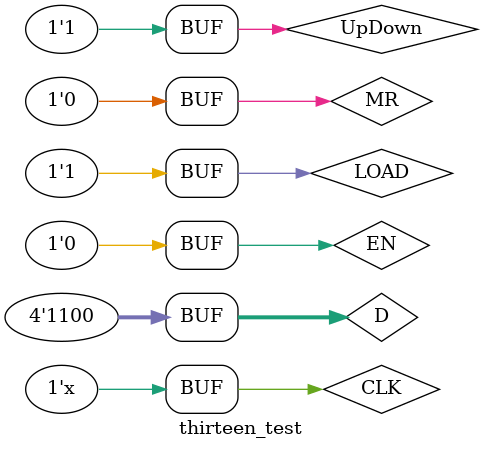
<source format=v>
`timescale 1ns / 1ps


module thirteen_test;

	// Inputs
	reg MR;
	reg LOAD;
	reg EN;
	reg UpDown;
	reg CLK;
	reg [3:0] D;

	// Outputs
	wire [3:0] Q;
	wire CO;

	// Instantiate the Unit Under Test (UUT)
	thirteen uut (
		.MR(MR), 
		.LOAD(LOAD), 
		.EN(EN), 
		.UpDown(UpDown), 
		.CLK(CLK), 
		.D(D), 
		.Q(Q), 
		.CO(CO)
	);

always #10 CLK=~CLK;
	initial begin
		// Initialize Inputs
		MR = 1;LOAD = 0;EN = 1;UpDown = 0;CLK = 0;D = 0;#30;
		MR = 0;LOAD = 0;EN = 1;UpDown = 0;D = 4'b1100;#50;
		MR = 0;LOAD = 1;EN = 1;UpDown = 0;D = 4'b1100;#270;
		MR = 0;LOAD = 1;EN = 1;UpDown = 1;D = 4'b1100;#300;
		MR = 0;LOAD = 1;EN = 0;UpDown = 1;D = 4'b1100;#100;

		// Wait 100 ns for global reset to finish
		
        
		// Add stimulus here

	end
      
endmodule


</source>
